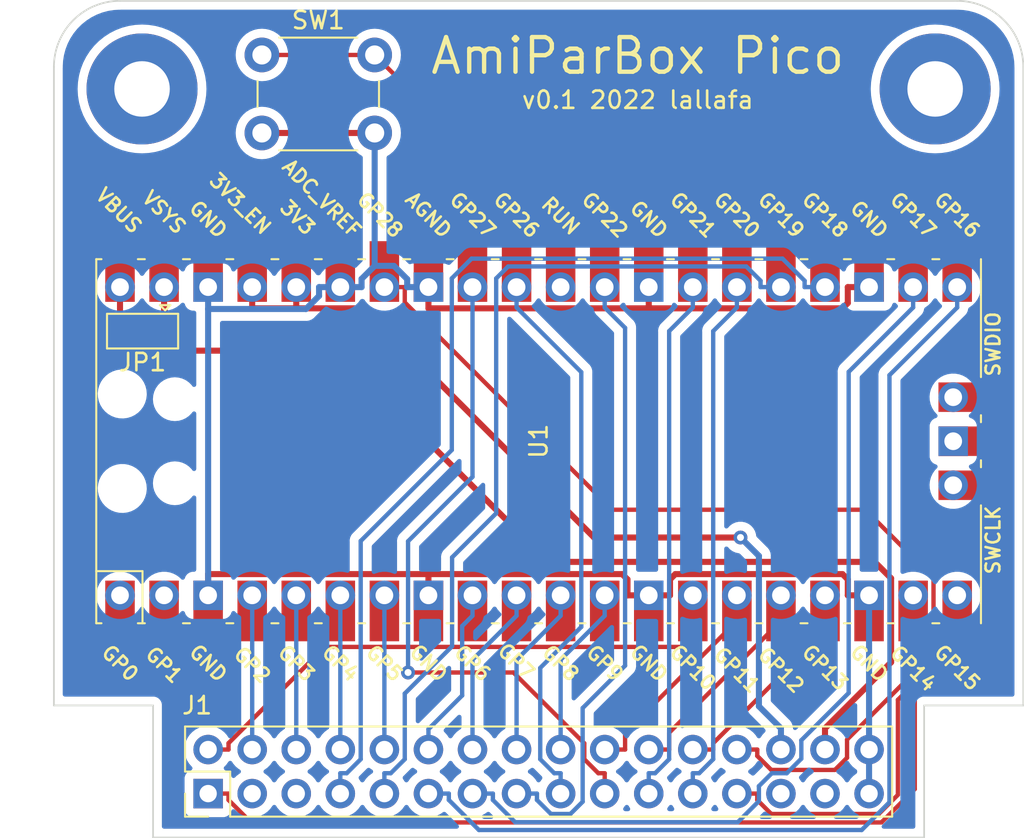
<source format=kicad_pcb>
(kicad_pcb (version 20211014) (generator pcbnew)
  (layers (0 "F.Cu" signal) (31 "B.Cu" signal) (34 "B.Paste" user) (35 "F.Paste" user) (36 "B.SilkS" user "B.Silkscreen") (37 "F.SilkS" user "F.Silkscreen") (38 "B.Mask" user) (39 "F.Mask" user) (44 "Edge.Cuts" user))
  (net 0 "")
  (net 1 "/RESET")
  (net 2 "/STROBE")
  (net 3 "/TXD")
  (net 4 "/DATA0")
  (net 5 "/RXD")
  (net 6 "/DATA1")
  (net 7 "/SCK")
  (net 8 "/DATA2")
  (net 9 "/MOSI")
  (net 10 "/DATA3")
  (net 11 "/MISO")
  (net 12 "/DATA4")
  (net 13 "/SSEL0")
  (net 14 "/DATA5")
  (net 15 "/SSEL1")
  (net 16 "/DATA6")
  (net 17 "/INT0")
  (net 18 "/DATA7")
  (net 19 "/INT1")
  (net 20 "/ACK")
  (net 21 "/SCL")
  (net 22 "/BUSY")
  (net 23 "/SDA")
  (net 24 "/POUT")
  (net 25 "/EXT1")
  (net 26 "/SEL")
  (net 27 "/EXT2")
  (net 28 "+3V3")
  (net 29 "/EXT3")
  (net 30 "VCC")
  (net 31 "GND")
  (net 32 "Net-(JP1-Pad1)")
  (net 33 "Net-(JP1-Pad3)")
  (net 34 "Net-(SW1-Pad1)")
  (net 35 "/TX")
  (net 36 "/RX")
  (footprint "Button_Switch_THT:SW_PUSH_6mm" (layer "F.Cu") (at 117.4 46.3)
    (fp_text reference "SW1" (at 3.25 -2) (layer "F.SilkS"))
    (fp_text value "Reset")
    (fp_line (start 1 5.5) (end 5.5 5.5) (layer "F.SilkS") (width 0.12))
    (fp_line (start 5.5 -1) (end 1 -1) (layer "F.SilkS") (width 0.12))
    (fp_line (start 6.75 3) (end 6.75 1.5) (layer "F.SilkS") (width 0.12))
    (fp_line (start -0.25 1.5) (end -0.25 3) (layer "F.SilkS") (width 0.12))
    (pad "1" thru_hole circle locked (at 0 0 90) (size 2 2) (drill 1.1) (layers *.Cu *.Mask) (net 34 "Net-(SW1-Pad1)"))
    (pad "1" thru_hole circle locked (at 6.5 0 90) (size 2 2) (drill 1.1) (layers *.Cu *.Mask) (net 34 "Net-(SW1-Pad1)"))
    (pad "2" thru_hole circle locked (at 6.5 4.5 90) (size 2 2) (drill 1.1) (layers *.Cu *.Mask) (net 31 "GND"))
    (pad "2" thru_hole circle locked (at 0 4.5 90) (size 2 2) (drill 1.1) (layers *.Cu *.Mask) (net 31 "GND"))
  )
  (footprint "Connector_PinHeader_2.54mm:PinHeader_2x16_P2.54mm_Vertical" (layer "F.Cu") (at 114.3 88.905 90)
    (fp_text reference "J1" (at 5.085 -0.635 180) (layer "F.SilkS"))
    (fp_text value "MCU")
    (fp_line (start -1.33 1.27) (end -1.33 39.43) (layer "F.SilkS") (width 0.12))
    (fp_line (start -1.33 1.27) (end 1.27 1.27) (layer "F.SilkS") (width 0.12))
    (fp_line (start -1.33 -1.33) (end 0 -1.33) (layer "F.SilkS") (width 0.12))
    (fp_line (start 3.87 -1.33) (end 3.87 39.43) (layer "F.SilkS") (width 0.12))
    (fp_line (start 1.27 1.27) (end 1.27 -1.33) (layer "F.SilkS") (width 0.12))
    (fp_line (start -1.33 0) (end -1.33 -1.33) (layer "F.SilkS") (width 0.12))
    (fp_line (start -1.33 39.43) (end 3.87 39.43) (layer "F.SilkS") (width 0.12))
    (fp_line (start 1.27 -1.33) (end 3.87 -1.33) (layer "F.SilkS") (width 0.12))
    (pad "1" thru_hole rect locked (at 0 0 90) (size 1.7 1.7) (drill 1) (layers *.Cu *.Mask) (net 1 "/RESET"))
    (pad "2" thru_hole oval locked (at 2.54 0 90) (size 1.7 1.7) (drill 1) (layers *.Cu *.Mask) (net 2 "/STROBE"))
    (pad "3" thru_hole oval locked (at 0 2.54 90) (size 1.7 1.7) (drill 1) (layers *.Cu *.Mask) (net 3 "/TXD"))
    (pad "4" thru_hole oval locked (at 2.54 2.54 90) (size 1.7 1.7) (drill 1) (layers *.Cu *.Mask) (net 4 "/DATA0"))
    (pad "5" thru_hole oval locked (at 0 5.08 90) (size 1.7 1.7) (drill 1) (layers *.Cu *.Mask) (net 5 "/RXD"))
    (pad "6" thru_hole oval locked (at 2.54 5.08 90) (size 1.7 1.7) (drill 1) (layers *.Cu *.Mask) (net 6 "/DATA1"))
    (pad "7" thru_hole oval locked (at 0 7.62 90) (size 1.7 1.7) (drill 1) (layers *.Cu *.Mask) (net 7 "/SCK"))
    (pad "8" thru_hole oval locked (at 2.54 7.62 90) (size 1.7 1.7) (drill 1) (layers *.Cu *.Mask) (net 8 "/DATA2"))
    (pad "9" thru_hole oval locked (at 0 10.16 90) (size 1.7 1.7) (drill 1) (layers *.Cu *.Mask) (net 9 "/MOSI"))
    (pad "10" thru_hole oval locked (at 2.54 10.16 90) (size 1.7 1.7) (drill 1) (layers *.Cu *.Mask) (net 10 "/DATA3"))
    (pad "11" thru_hole oval locked (at 0 12.7 90) (size 1.7 1.7) (drill 1) (layers *.Cu *.Mask) (net 11 "/MISO"))
    (pad "12" thru_hole oval locked (at 2.54 12.7 90) (size 1.7 1.7) (drill 1) (layers *.Cu *.Mask) (net 12 "/DATA4"))
    (pad "13" thru_hole oval locked (at 0 15.24 90) (size 1.7 1.7) (drill 1) (layers *.Cu *.Mask) (net 13 "/SSEL0"))
    (pad "14" thru_hole oval locked (at 2.54 15.24 90) (size 1.7 1.7) (drill 1) (layers *.Cu *.Mask) (net 14 "/DATA5"))
    (pad "15" thru_hole oval locked (at 0 17.78 90) (size 1.7 1.7) (drill 1) (layers *.Cu *.Mask) (net 15 "/SSEL1"))
    (pad "16" thru_hole oval locked (at 2.54 17.78 90) (size 1.7 1.7) (drill 1) (layers *.Cu *.Mask) (net 16 "/DATA6"))
    (pad "17" thru_hole oval locked (at 0 20.32 90) (size 1.7 1.7) (drill 1) (layers *.Cu *.Mask) (net 17 "/INT0"))
    (pad "18" thru_hole oval locked (at 2.54 20.32 90) (size 1.7 1.7) (drill 1) (layers *.Cu *.Mask) (net 18 "/DATA7"))
    (pad "19" thru_hole oval locked (at 0 22.86 90) (size 1.7 1.7) (drill 1) (layers *.Cu *.Mask) (net 19 "/INT1"))
    (pad "20" thru_hole oval locked (at 2.54 22.86 90) (size 1.7 1.7) (drill 1) (layers *.Cu *.Mask) (net 20 "/ACK"))
    (pad "21" thru_hole oval locked (at 0 25.4 90) (size 1.7 1.7) (drill 1) (layers *.Cu *.Mask) (net 21 "/SCL"))
    (pad "22" thru_hole oval locked (at 2.54 25.4 90) (size 1.7 1.7) (drill 1) (layers *.Cu *.Mask) (net 22 "/BUSY"))
    (pad "23" thru_hole oval locked (at 0 27.94 90) (size 1.7 1.7) (drill 1) (layers *.Cu *.Mask) (net 23 "/SDA"))
    (pad "24" thru_hole oval locked (at 2.54 27.94 90) (size 1.7 1.7) (drill 1) (layers *.Cu *.Mask) (net 24 "/POUT"))
    (pad "25" thru_hole oval locked (at 0 30.48 90) (size 1.7 1.7) (drill 1) (layers *.Cu *.Mask) (net 25 "/EXT1"))
    (pad "26" thru_hole oval locked (at 2.54 30.48 90) (size 1.7 1.7) (drill 1) (layers *.Cu *.Mask) (net 26 "/SEL"))
    (pad "27" thru_hole oval locked (at 0 33.02 90) (size 1.7 1.7) (drill 1) (layers *.Cu *.Mask) (net 27 "/EXT2"))
    (pad "28" thru_hole oval locked (at 2.54 33.02 90) (size 1.7 1.7) (drill 1) (layers *.Cu *.Mask) (net 28 "+3V3"))
    (pad "29" thru_hole oval locked (at 0 35.56 90) (size 1.7 1.7) (drill 1) (layers *.Cu *.Mask) (net 29 "/EXT3"))
    (pad "30" thru_hole oval locked (at 2.54 35.56 90) (size 1.7 1.7) (drill 1) (layers *.Cu *.Mask) (net 30 "VCC"))
    (pad "31" thru_hole oval locked (at 0 38.1 90) (size 1.7 1.7) (drill 1) (layers *.Cu *.Mask) (net 31 "GND"))
    (pad "32" thru_hole oval locked (at 2.54 38.1 90) (size 1.7 1.7) (drill 1) (layers *.Cu *.Mask) (net 31 "GND"))
  )
  (footprint "MountingHole:MountingHole_3.2mm_M3_Pad" (layer "F.Cu") (at 156.21 48.26)
    (fp_text reference "H2" hide)
    (fp_text value "MountingHole" hide)
    (pad "1" thru_hole circle locked (at 0 0) (size 6.4 6.4) (drill 3.2) (layers *.Cu *.Mask))
  )
  (footprint "Jumper:SolderJumper-3_P1.3mm_Bridged2Bar12_Pad1.0x1.5mm" (layer "F.Cu") (at 110.52 62.23 180)
    (fp_text reference "JP1" (at 0 -1.8) (layer "F.SilkS"))
    (fp_text value "VSel")
    (fp_poly (pts (xy -0.9 0.2) (xy -0.4 0.2) (xy -0.4 0.6) (xy -0.9 0.6)) (layer "F.Cu") (width 0) (fill solid))
    (fp_poly (pts (xy -0.9 -0.6) (xy -0.4 -0.6) (xy -0.4 -0.2) (xy -0.9 -0.2)) (layer "F.Cu") (width 0) (fill solid))
    (fp_line (start -1.6 1.5) (end -1 1.5) (layer "F.SilkS") (width 0.12))
    (fp_line (start -1.3 1.2) (end -1 1.5) (layer "F.SilkS") (width 0.12))
    (fp_line (start 2.05 -1) (end 2.05 1) (layer "F.SilkS") (width 0.12))
    (fp_line (start -2.05 -1) (end 2.05 -1) (layer "F.SilkS") (width 0.12))
    (fp_line (start -2.05 1) (end -2.05 -1) (layer "F.SilkS") (width 0.12))
    (fp_line (start -1.3 1.2) (end -1.6 1.5) (layer "F.SilkS") (width 0.12))
    (fp_line (start 2.05 1) (end -2.05 1) (layer "F.SilkS") (width 0.12))
    (pad "1" smd rect locked (at -1.3 0 180) (size 1 1.5) (layers "F.Cu" "F.Mask") (net 32 "Net-(JP1-Pad1)"))
    (pad "2" smd rect locked (at 0 0 180) (size 1 1.5) (layers "F.Cu" "F.Mask") (net 30 "VCC"))
    (pad "3" smd rect locked (at 1.3 0 180) (size 1 1.5) (layers "F.Cu" "F.Mask") (net 33 "Net-(JP1-Pad3)"))
  )
  (footprint "MCU_RaspberryPi_and_Boards:RPi_Pico_SMD_TH" (layer "F.Cu") (at 133.35 68.58 90)
    (fp_text reference "U1" (at 0 0 90) (layer "F.SilkS"))
    (fp_text value "Pico")
    (fp_text user "GND" (at -12.8 -6.35 135) (layer "F.SilkS") (effects (font (size 0.8 0.8))))
    (fp_text user "GND" (at 12.8 6.35 135) (layer "F.SilkS") (effects (font (size 0.8 0.8))))
    (fp_text user "GND" (at -12.8 -19.05 135) (layer "F.SilkS") (effects (font (size 0.8 0.8))))
    (fp_text user "GP11" (at -13.2 11.43 135) (layer "F.SilkS") (effects (font (size 0.8 0.8))))
    (fp_text user "AGND" (at 13.054 -6.35 135) (layer "F.SilkS") (effects (font (size 0.8 0.8))))
    (fp_text user "GP7" (at -12.7 -1.3 135) (layer "F.SilkS") (effects (font (size 0.8 0.8))))
    (fp_text user "GP17" (at 13.054 21.59 135) (layer "F.SilkS") (effects (font (size 0.8 0.8))))
    (fp_text user "3V3" (at 12.9 -13.9 135) (layer "F.SilkS") (effects (font (size 0.8 0.8))))
    (fp_text user "VSYS" (at 13.2 -21.59 135) (layer "F.SilkS") (effects (font (size 0.8 0.8))))
    (fp_text user "GP14" (at -13.1 21.59 135) (layer "F.SilkS") (effects (font (size 0.8 0.8))))
    (fp_text user "GP6" (at -12.8 -3.81 135) (layer "F.SilkS") (effects (font (size 0.8 0.8))))
    (fp_text user "GND" (at 12.8 19.05 135) (layer "F.SilkS") (effects (font (size 0.8 0.8))))
    (fp_text user "GND" (at 12.8 -19.05 135) (layer "F.SilkS") (effects (font (size 0.8 0.8))))
    (fp_text user "GP5" (at -12.8 -8.89 135) (layer "F.SilkS") (effects (font (size 0.8 0.8))))
    (fp_text user "GP21" (at 13.054 8.9 135) (layer "F.SilkS") (effects (font (size 0.8 0.8))))
    (fp_text user "GP26" (at 13.054 -1.27 135) (layer "F.SilkS") (effects (font (size 0.8 0.8))))
    (fp_text user "GP13" (at -13.054 16.51 135) (layer "F.SilkS") (effects (font (size 0.8 0.8))))
    (fp_text user "GP8" (at -12.8 1.27 135) (layer "F.SilkS") (effects (font (size 0.8 0.8))))
    (fp_text user "GP22" (at 13.054 3.81 135) (layer "F.SilkS") (effects (font (size 0.8 0.8))))
    (fp_text user "VBUS" (at 13.3 -24.2 135) (layer "F.SilkS") (effects (font (size 0.8 0.8))))
    (fp_text user "ADC_VREF" (at 14 -12.5 135) (layer "F.SilkS") (effects (font (size 0.8 0.8))))
    (fp_text user "GP19" (at 13.054 13.97 135) (layer "F.SilkS") (effects (font (size 0.8 0.8))))
    (fp_text user "SWDIO" (at 5.6 26.2 90) (layer "F.SilkS") (effects (font (size 0.8 0.8))))
    (fp_text user "GP1" (at -12.9 -21.6 135) (layer "F.SilkS") (effects (font (size 0.8 0.8))))
    (fp_text user "GND" (at -12.8 6.35 135) (layer "F.SilkS") (effects (font (size 0.8 0.8))))
    (fp_text user "GP16" (at 13.054 24.13 135) (layer "F.SilkS") (effects (font (size 0.8 0.8))))
    (fp_text user "GP18" (at 13.054 16.51 135) (layer "F.SilkS") (effects (font (size 0.8 0.8))))
    (fp_text user "GP28" (at 13.054 -9.144 135) (layer "F.SilkS") (effects (font (size 0.8 0.8))))
    (fp_text user "3V3_EN" (at 13.7 -17.2 135) (layer "F.SilkS") (effects (font (size 0.8 0.8))))
    (fp_text user "GP4" (at -12.8 -11.43 135) (layer "F.SilkS") (effects (font (size 0.8 0.8))))
    (fp_text user "GND" (at -12.8 19.05 135) (layer "F.SilkS") (effects (font (size 0.8 0.8))))
    (fp_text user "GP3" (at -12.8 -13.97 135) (layer "F.SilkS") (effects (font (size 0.8 0.8))))
    (fp_text user "GP15" (at -13.054 24.13 135) (layer "F.SilkS") (effects (font (size 0.8 0.8))))
    (fp_text user "SWCLK" (at -5.7 26.2 90) (layer "F.SilkS") (effects (font (size 0.8 0.8))))
    (fp_text user "GP0" (at -12.8 -24.13 135) (layer "F.SilkS") (effects (font (size 0.8 0.8))))
    (fp_text user "GP10" (at -13.054 8.89 135) (layer "F.SilkS") (effects (font (size 0.8 0.8))))
    (fp_text user "GP20" (at 13.054 11.43 135) (layer "F.SilkS") (effects (font (size 0.8 0.8))))
    (fp_text user "GP2" (at -12.9 -16.51 135) (layer "F.SilkS") (effects (font (size 0.8 0.8))))
    (fp_text user "GP12" (at -13.2 13.97 135) (layer "F.SilkS") (effects (font (size 0.8 0.8))))
    (fp_text user "GP27" (at 13.054 -3.8 135) (layer "F.SilkS") (effects (font (size 0.8 0.8))))
    (fp_text user "GP9" (at -12.8 3.81 135) (layer "F.SilkS") (effects (font (size 0.8 0.8))))
    (fp_text user "RUN" (at 13 1.27 135) (layer "F.SilkS") (effects (font (size 0.8 0.8))))
    (fp_line (start -10.5 -25.5) (end -10.5 -25.2) (layer "F.SilkS") (width 0.12))
    (fp_line (start 10.5 2.3) (end 10.5 2.7) (layer "F.SilkS") (width 0.12))
    (fp_line (start 10.5 -12.9) (end 10.5 -12.5) (layer "F.SilkS") (width 0.12))
    (fp_line (start -1.5 25.5) (end -1.1 25.5) (layer "F.SilkS") (width 0.12))
    (fp_line (start -10.5 -7.8) (end -10.5 -7.4) (layer "F.SilkS") (width 0.12))
    (fp_line (start 10.5 25.5) (end 3.7 25.5) (layer "F.SilkS") (width 0.12))
    (fp_line (start -10.5 15.1) (end -10.5 15.5) (layer "F.SilkS") (width 0.12))
    (fp_line (start 10.5 -18) (end 10.5 -17.6) (layer "F.SilkS") (width 0.12))
    (fp_line (start -10.5 -25.5) (end 10.5 -25.5) (layer "F.SilkS") (width 0.12))
    (fp_line (start -10.5 -15.4) (end -10.5 -15) (layer "F.SilkS") (width 0.12))
    (fp_line (start 10.5 -25.5) (end 10.5 -25.2) (layer "F.SilkS") (width 0.12))
    (fp_line (start -3.7 25.5) (end -10.5 25.5) (layer "F.SilkS") (width 0.12))
    (fp_line (start -10.5 -23.1) (end -10.5 -22.7) (layer "F.SilkS") (width 0.12))
    (fp_line (start 10.5 15.1) (end 10.5 15.5) (layer "F.SilkS") (width 0.12))
    (fp_line (start 10.5 12.5) (end 10.5 12.9) (layer "F.SilkS") (width 0.12))
    (fp_line (start 10.5 7.4) (end 10.5 7.8) (layer "F.SilkS") (width 0.12))
    (fp_line (start -10.5 10) (end -10.5 10.4) (layer "F.SilkS") (width 0.12))
    (fp_line (start -10.5 7.4) (end -10.5 7.8) (layer "F.SilkS") (width 0.12))
    (fp_line (start -10.5 22.7) (end -10.5 23.1) (layer "F.SilkS") (width 0.12))
    (fp_line (start -10.5 12.5) (end -10.5 12.9) (layer "F.SilkS") (width 0.12))
    (fp_line (start -10.5 -22.833) (end -7.493 -22.833) (layer "F.SilkS") (width 0.12))
    (fp_line (start 10.5 -0.2) (end 10.5 0.2) (layer "F.SilkS") (width 0.12))
    (fp_line (start 10.5 -10.4) (end 10.5 -10) (layer "F.SilkS") (width 0.12))
    (fp_line (start 10.5 -2.7) (end 10.5 -2.3) (layer "F.SilkS") (width 0.12))
    (fp_line (start -10.5 -20.5) (end -10.5 -20.1) (layer "F.SilkS") (width 0.12))
    (fp_line (start -10.5 -18) (end -10.5 -17.6) (layer "F.SilkS") (width 0.12))
    (fp_line (start 10.5 20.1) (end 10.5 20.5) (layer "F.SilkS") (width 0.12))
    (fp_line (start 10.5 -5.3) (end 10.5 -4.9) (layer "F.SilkS") (width 0.12))
    (fp_line (start -7.493 -22.833) (end -7.493 -25.5) (layer "F.SilkS") (width 0.12))
    (fp_line (start 10.5 -15.4) (end 10.5 -15) (layer "F.SilkS") (width 0.12))
    (fp_line (start -10.5 -12.9) (end -10.5 -12.5) (layer "F.SilkS") (width 0.12))
    (fp_line (start 10.5 22.7) (end 10.5 23.1) (layer "F.SilkS") (width 0.12))
    (fp_line (start -10.5 4.9) (end -10.5 5.3) (layer "F.SilkS") (width 0.12))
    (fp_line (start -10.5 2.3) (end -10.5 2.7) (layer "F.SilkS") (width 0.12))
    (fp_line (start 10.5 -23.1) (end 10.5 -22.7) (layer "F.SilkS") (width 0.12))
    (fp_line (start -10.5 -10.4) (end -10.5 -10) (layer "F.SilkS") (width 0.12))
    (fp_line (start 10.5 17.6) (end 10.5 18) (layer "F.SilkS") (width 0.12))
    (fp_line (start -10.5 17.6) (end -10.5 18) (layer "F.SilkS") (width 0.12))
    (fp_line (start 10.5 -20.5) (end 10.5 -20.1) (layer "F.SilkS") (width 0.12))
    (fp_line (start -10.5 20.1) (end -10.5 20.5) (layer "F.SilkS") (width 0.12))
    (fp_line (start -10.5 -5.3) (end -10.5 -4.9) (layer "F.SilkS") (width 0.12))
    (fp_line (start -10.5 -0.2) (end -10.5 0.2) (layer "F.SilkS") (width 0.12))
    (fp_line (start 10.5 10) (end 10.5 10.4) (layer "F.SilkS") (width 0.12))
    (fp_line (start -10.5 -2.7) (end -10.5 -2.3) (layer "F.SilkS") (width 0.12))
    (fp_line (start 1.1 25.5) (end 1.5 25.5) (layer "F.SilkS") (width 0.12))
    (fp_line (start 10.5 4.9) (end 10.5 5.3) (layer "F.SilkS") (width 0.12))
    (fp_line (start 10.5 -7.8) (end 10.5 -7.4) (layer "F.SilkS") (width 0.12))
    (pad "" np_thru_hole oval locked (at -2.725 -24 90) (size 1.8 1.8) (drill 1.8) (layers *.Cu *.Mask))
    (pad "" np_thru_hole oval locked (at 2.425 -20.97 90) (size 1.5 1.5) (drill 1.5) (layers *.Cu *.Mask))
    (pad "" np_thru_hole oval locked (at -2.425 -20.97 90) (size 1.5 1.5) (drill 1.5) (layers *.Cu *.Mask))
    (pad "" np_thru_hole oval locked (at 2.725 -24 90) (size 1.8 1.8) (drill 1.8) (layers *.Cu *.Mask))
    (pad "1" thru_hole oval locked (at -8.89 -24.13 90) (size 1.7 1.7) (drill 1.02) (layers *.Cu *.Mask) (net 35 "/TX"))
    (pad "1" smd rect locked (at -8.89 -24.13 90) (size 3.5 1.7) (drill (offset -0.9 0)) (layers "F.Cu" "F.Mask") (net 35 "/TX"))
    (pad "2" smd rect locked (at -8.89 -21.59 90) (size 3.5 1.7) (drill (offset -0.9 0)) (layers "F.Cu" "F.Mask") (net 36 "/RX"))
    (pad "2" thru_hole oval locked (at -8.89 -21.59 90) (size 1.7 1.7) (drill 1.02) (layers *.Cu *.Mask) (net 36 "/RX"))
    (pad "3" thru_hole rect locked (at -8.89 -19.05 90) (size 1.7 1.7) (drill 1.02) (layers *.Cu *.Mask) (net 31 "GND"))
    (pad "3" smd rect locked (at -8.89 -19.05 90) (size 3.5 1.7) (drill (offset -0.9 0)) (layers "F.Cu" "F.Mask") (net 31 "GND"))
    (pad "4" thru_hole oval locked (at -8.89 -16.51 90) (size 1.7 1.7) (drill 1.02) (layers *.Cu *.Mask) (net 4 "/DATA0"))
    (pad "4" smd rect locked (at -8.89 -16.51 90) (size 3.5 1.7) (drill (offset -0.9 0)) (layers "F.Cu" "F.Mask") (net 4 "/DATA0"))
    (pad "5" thru_hole oval locked (at -8.89 -13.97 90) (size 1.7 1.7) (drill 1.02) (layers *.Cu *.Mask) (net 6 "/DATA1"))
    (pad "5" smd rect locked (at -8.89 -13.97 90) (size 3.5 1.7) (drill (offset -0.9 0)) (layers "F.Cu" "F.Mask") (net 6 "/DATA1"))
    (pad "6" thru_hole oval locked (at -8.89 -11.43 90) (size 1.7 1.7) (drill 1.02) (layers *.Cu *.Mask) (net 8 "/DATA2"))
    (pad "6" smd rect locked (at -8.89 -11.43 90) (size 3.5 1.7) (drill (offset -0.9 0)) (layers "F.Cu" "F.Mask") (net 8 "/DATA2"))
    (pad "7" smd rect locked (at -8.89 -8.89 90) (size 3.5 1.7) (drill (offset -0.9 0)) (layers "F.Cu" "F.Mask") (net 10 "/DATA3"))
    (pad "7" thru_hole oval locked (at -8.89 -8.89 90) (size 1.7 1.7) (drill 1.02) (layers *.Cu *.Mask) (net 10 "/DATA3"))
    (pad "8" thru_hole rect locked (at -8.89 -6.35 90) (size 1.7 1.7) (drill 1.02) (layers *.Cu *.Mask) (net 31 "GND"))
    (pad "8" smd rect locked (at -8.89 -6.35 90) (size 3.5 1.7) (drill (offset -0.9 0)) (layers "F.Cu" "F.Mask") (net 31 "GND"))
    (pad "9" thru_hole oval locked (at -8.89 -3.81 90) (size 1.7 1.7) (drill 1.02) (layers *.Cu *.Mask) (net 12 "/DATA4"))
    (pad "9" smd rect locked (at -8.89 -3.81 90) (size 3.5 1.7) (drill (offset -0.9 0)) (layers "F.Cu" "F.Mask") (net 12 "/DATA4"))
    (pad "10" smd rect locked (at -8.89 -1.27 90) (size 3.5 1.7) (drill (offset -0.9 0)) (layers "F.Cu" "F.Mask") (net 14 "/DATA5"))
    (pad "10" thru_hole oval locked (at -8.89 -1.27 90) (size 1.7 1.7) (drill 1.02) (layers *.Cu *.Mask) (net 14 "/DATA5"))
    (pad "11" smd rect locked (at -8.89 1.27 90) (size 3.5 1.7) (drill (offset -0.9 0)) (layers "F.Cu" "F.Mask") (net 16 "/DATA6"))
    (pad "11" thru_hole oval locked (at -8.89 1.27 90) (size 1.7 1.7) (drill 1.02) (layers *.Cu *.Mask) (net 16 "/DATA6"))
    (pad "12" smd rect locked (at -8.89 3.81 90) (size 3.5 1.7) (drill (offset -0.9 0)) (layers "F.Cu" "F.Mask") (net 18 "/DATA7"))
    (pad "12" thru_hole oval locked (at -8.89 3.81 90) (size 1.7 1.7) (drill 1.02) (layers *.Cu *.Mask) (net 18 "/DATA7"))
    (pad "13" smd rect locked (at -8.89 6.35 90) (size 3.5 1.7) (drill (offset -0.9 0)) (layers "F.Cu" "F.Mask") (net 31 "GND"))
    (pad "13" thru_hole rect locked (at -8.89 6.35 90) (size 1.7 1.7) (drill 1.02) (layers *.Cu *.Mask) (net 31 "GND"))
    (pad "14" thru_hole oval locked (at -8.89 8.89 90) (size 1.7 1.7) (drill 1.02) (layers *.Cu *.Mask) (net 2 "/STROBE"))
    (pad "14" smd rect locked (at -8.89 8.89 90) (size 3.5 1.7) (drill (offset -0.9 0)) (layers "F.Cu" "F.Mask") (net 2 "/STROBE"))
    (pad "15" smd rect locked (at -8.89 11.43 90) (size 3.5 1.7) (drill (offset -0.9 0)) (layers "F.Cu" "F.Mask") (net 20 "/ACK"))
    (pad "15" thru_hole oval locked (at -8.89 11.43 90) (size 1.7 1.7) (drill 1.02) (layers *.Cu *.Mask) (net 20 "/ACK"))
    (pad "16" smd rect locked (at -8.89 13.97 90) (size 3.5 1.7) (drill (offset -0.9 0)) (layers "F.Cu" "F.Mask") (net 22 "/BUSY"))
    (pad "16" thru_hole oval locked (at -8.89 13.97 90) (size 1.7 1.7) (drill 1.02) (layers *.Cu *.Mask) (net 22 "/BUSY"))
    (pad "17" thru_hole oval locked (at -8.89 16.51 90) (size 1.7 1.7) (drill 1.02) (layers *.Cu *.Mask) (net 24 "/POUT"))
    (pad "17" smd rect locked (at -8.89 16.51 90) (size 3.5 1.7) (drill (offset -0.9 0)) (layers "F.Cu" "F.Mask") (net 24 "/POUT"))
    (pad "18" smd rect locked (at -8.89 19.05 90) (size 3.5 1.7) (drill (offset -0.9 0)) (layers "F.Cu" "F.Mask") (net 31 "GND"))
    (pad "18" thru_hole rect locked (at -8.89 19.05 90) (size 1.7 1.7) (drill 1.02) (layers *.Cu *.Mask) (net 31 "GND"))
    (pad "19" thru_hole oval locked (at -8.89 21.59 90) (size 1.7 1.7) (drill 1.02) (layers *.Cu *.Mask) (net 26 "/SEL"))
    (pad "19" smd rect locked (at -8.89 21.59 90) (size 3.5 1.7) (drill (offset -0.9 0)) (layers "F.Cu" "F.Mask") (net 26 "/SEL"))
    (pad "20" thru_hole oval locked (at -8.89 24.13 90) (size 1.7 1.7) (drill 1.02) (layers *.Cu *.Mask) (net 1 "/RESET"))
    (pad "20" smd rect locked (at -8.89 24.13 90) (size 3.5 1.7) (drill (offset -0.9 0)) (layers "F.Cu" "F.Mask") (net 1 "/RESET"))
    (pad "21" thru_hole oval locked (at 8.89 24.13 90) (size 1.7 1.7) (drill 1.02) (layers *.Cu *.Mask) (net 11 "/MISO"))
    (pad "21" smd rect locked (at 8.89 24.13 90) (size 3.5 1.7) (drill (offset 0.9 0)) (layers "F.Cu" "F.Mask") (net 11 "/MISO"))
    (pad "22" smd rect locked (at 8.89 21.59 90) (size 3.5 1.7) (drill (offset 0.9 0)) (layers "F.Cu" "F.Mask") (net 13 "/SSEL0"))
    (pad "22" thru_hole oval locked (at 8.89 21.59 90) (size 1.7 1.7) (drill 1.02) (layers *.Cu *.Mask) (net 13 "/SSEL0"))
    (pad "23" smd rect locked (at 8.89 19.05 90) (size 3.5 1.7) (drill (offset 0.9 0)) (layers "F.Cu" "F.Mask") (net 31 "GND"))
    (pad "23" thru_hole rect locked (at 8.89 19.05 90) (size 1.7 1.7) (drill 1.02) (layers *.Cu *.Mask) (net 31 "GND"))
    (pad "24" thru_hole oval locked (at 8.89 16.51 90) (size 1.7 1.7) (drill 1.02) (layers *.Cu *.Mask) (net 7 "/SCK"))
    (pad "24" smd rect locked (at 8.89 16.51 90) (size 3.5 1.7) (drill (offset 0.9 0)) (layers "F.Cu" "F.Mask") (net 7 "/SCK"))
    (pad "25" smd rect locked (at 8.89 13.97 90) (size 3.5 1.7) (drill (offset 0.9 0)) (layers "F.Cu" "F.Mask") (net 9 "/MOSI"))
    (pad "25" thru_hole oval locked (at 8.89 13.97 90) (size 1.7 1.7) (drill 1.02) (layers *.Cu *.Mask) (net 9 "/MOSI"))
    (pad "26" thru_hole oval locked (at 8.89 11.43 90) (size 1.7 1.7) (drill 1.02) (layers *.Cu *.Mask) (net 23 "/SDA"))
    (pad "26" smd rect locked (at 8.89 11.43 90) (size 3.5 1.7) (drill (offset 0.9 0)) (layers "F.Cu" "F.Mask") (net 23 "/SDA"))
    (pad "27" smd rect locked (at 8.89 8.89 90) (size 3.5 1.7) (drill (offset 0.9 0)) (layers "F.Cu" "F.Mask") (net 21 "/SCL"))
    (pad "27" thru_hole oval locked (at 8.89 8.89 90) (size 1.7 1.7) (drill 1.02) (layers *.Cu *.Mask) (net 21 "/SCL"))
    (pad "28" thru_hole rect locked (at 8.89 6.35 90) (size 1.7 1.7) (drill 1.02) (layers *.Cu *.Mask) (net 31 "GND"))
    (pad "28" smd rect locked (at 8.89 6.35 90) (size 3.5 1.7) (drill (offset 0.9 0)) (layers "F.Cu" "F.Mask") (net 31 "GND"))
    (pad "29" smd rect locked (at 8.89 3.81 90) (size 3.5 1.7) (drill (offset 0.9 0)) (layers "F.Cu" "F.Mask") (net 15 "/SSEL1"))
    (pad "29" thru_hole oval locked (at 8.89 3.81 90) (size 1.7 1.7) (drill 1.02) (layers *.Cu *.Mask) (net 15 "/SSEL1"))
    (pad "30" smd rect locked (at 8.89 1.27 90) (size 3.5 1.7) (drill (offset 0.9 0)) (layers "F.Cu" "F.Mask") (net 34 "Net-(SW1-Pad1)"))
    (pad "30" thru_hole oval locked (at 8.89 1.27 90) (size 1.7 1.7) (drill 1.02) (layers *.Cu *.Mask) (net 34 "Net-(SW1-Pad1)"))
    (pad "31" thru_hole oval locked (at 8.89 -1.27 90) (size 1.7 1.7) (drill 1.02) (layers *.Cu *.Mask) (net 17 "/INT0"))
    (pad "31" smd rect locked (at 8.89 -1.27 90) (size 3.5 1.7) (drill (offset 0.9 0)) (layers "F.Cu" "F.Mask") (net 17 "/INT0"))
    (pad "32" thru_hole oval locked (at 8.89 -3.81 90) (size 1.7 1.7) (drill 1.02) (layers *.Cu *.Mask) (net 19 "/INT1"))
    (pad "32" smd rect locked (at 8.89 -3.81 90) (size 3.5 1.7) (drill (offset 0.9 0)) (layers "F.Cu" "F.Mask") (net 19 "/INT1"))
    (pad "33" thru_hole rect locked (at 8.89 -6.35 90) (size 1.7 1.7) (drill 1.02) (layers *.Cu *.Mask) (net 31 "GND"))
    (pad "33" smd rect locked (at 8.89 -6.35 90) (size 3.5 1.7) (drill (offset 0.9 0)) (layers "F.Cu" "F.Mask") (net 31 "GND"))
    (pad "34" smd rect locked (at 8.89 -8.89 90) (size 3.5 1.7) (drill (offset 0.9 0)) (layers "F.Cu" "F.Mask") (net 25 "/EXT1"))
    (pad "34" thru_hole oval locked (at 8.89 -8.89 90) (size 1.7 1.7) (drill 1.02) (layers *.Cu *.Mask) (net 25 "/EXT1"))
    (pad "35" smd rect locked (at 8.89 -11.43 90) (size 3.5 1.7) (drill (offset 0.9 0)) (layers "F.Cu" "F.Mask") (net 31 "GND"))
    (pad "35" thru_hole oval locked (at 8.89 -11.43 90) (size 1.7 1.7) (drill 1.02) (layers *.Cu *.Mask) (net 31 "GND"))
    (pad "36" thru_hole oval locked (at 8.89 -13.97 90) (size 1.7 1.7) (drill 1.02) (layers *.Cu *.Mask) (net 28 "+3V3"))
    (pad "36" smd rect locked (at 8.89 -13.97 90) (size 3.5 1.7) (drill (offset 0.9 0)) (layers "F.Cu" "F.Mask") (net 28 "+3V3"))
    (pad "37" thru_hole oval locked (at 8.89 -16.51 90) (size 1.7 1.7) (drill 1.02) (layers *.Cu *.Mask) (net 28 "+3V3"))
    (pad "37" smd rect locked (at 8.89 -16.51 90) (size 3.5 1.7) (drill (offset 0.9 0)) (layers "F.Cu" "F.Mask") (net 28 "+3V3"))
    (pad "38" thru_hole rect locked (at 8.89 -19.05 90) (size 1.7 1.7) (drill 1.02) (layers *.Cu *.Mask) (net 31 "GND"))
    (pad "38" smd rect locked (at 8.89 -19.05 90) (size 3.5 1.7) (drill (offset 0.9 0)) (layers "F.Cu" "F.Mask") (net 31 "GND"))
    (pad "39" smd rect locked (at 8.89 -21.59 90) (size 3.5 1.7) (drill (offset 0.9 0)) (layers "F.Cu" "F.Mask") (net 32 "Net-(JP1-Pad1)"))
    (pad "39" thru_hole oval locked (at 8.89 -21.59 90) (size 1.7 1.7) (drill 1.02) (layers *.Cu *.Mask) (net 32 "Net-(JP1-Pad1)"))
    (pad "40" thru_hole oval locked (at 8.89 -24.13 90) (size 1.7 1.7) (drill 1.02) (layers *.Cu *.Mask) (net 33 "Net-(JP1-Pad3)"))
    (pad "40" smd rect locked (at 8.89 -24.13 90) (size 3.5 1.7) (drill (offset 0.9 0)) (layers "F.Cu" "F.Mask") (net 33 "Net-(JP1-Pad3)"))
    (pad "41" thru_hole oval locked (at -2.54 23.9 90) (size 1.7 1.7) (drill 1.02) (layers *.Cu *.Mask))
    (pad "41" smd rect locked (at -2.54 23.9 180) (size 3.5 1.7) (drill (offset -0.9 0)) (layers "F.Cu" "F.Mask"))
    (pad "42" thru_hole rect locked (at 0 23.9 90) (size 1.7 1.7) (drill 1.02) (layers *.Cu *.Mask))
    (pad "42" smd rect locked (at 0 23.9 180) (size 3.5 1.7) (drill (offset -0.9 0)) (layers "F.Cu" "F.Mask"))
    (pad "43" thru_hole oval locked (at 2.54 23.9 90) (size 1.7 1.7) (drill 1.02) (layers *.Cu *.Mask))
    (pad "43" smd rect locked (at 2.54 23.9 180) (size 3.5 1.7) (drill (offset -0.9 0)) (layers "F.Cu" "F.Mask"))
  )
  (footprint "MountingHole:MountingHole_3.2mm_M3_Pad" (layer "F.Cu") (at 110.49 48.26)
    (fp_text reference "H1" hide)
    (fp_text value "MountingHole" hide)
    (pad "1" thru_hole circle locked (at 0 0) (size 6.4 6.4) (drill 3.2) (layers *.Cu *.Mask))
  )
  (gr_line (start 161.29 83.82) (end 161.29 46.99) (layer "Edge.Cuts") (width 0.1))
  (gr_line (start 157.48 43.18) (end 109.22 43.18) (layer "Edge.Cuts") (width 0.1))
  (gr_line (start 111.125 91.44) (end 111.125 83.82) (layer "Edge.Cuts") (width 0.1))
  (gr_line (start 111.125 91.44) (end 155.575 91.44) (layer "Edge.Cuts") (width 0.1))
  (gr_line (start 161.29 83.82) (end 155.575 83.82) (layer "Edge.Cuts") (width 0.1))
  (gr_line (start 111.125 83.82) (end 105.41 83.82) (layer "Edge.Cuts") (width 0.1))
  (gr_arc (start 157.48 43.18) (mid 160.174077 44.295923) (end 161.29 46.99) (layer "Edge.Cuts") (width 0.1))
  (gr_arc (start 105.41 46.99) (mid 106.525923 44.295923) (end 109.22 43.18) (layer "Edge.Cuts") (width 0.1))
  (gr_line (start 155.575 91.44) (end 155.575 83.82) (layer "Edge.Cuts") (width 0.1))
  (gr_line (start 105.41 46.99) (end 105.41 83.82) (layer "Edge.Cuts") (width 0.1))
  (gr_text "AmiParBox Pico" (at 139.065 46.355) (layer "F.SilkS") (effects (font (size 2 2) (thickness 0.25))))
  (gr_text "v0.1 2022 lallafa" (at 139.065 48.895) (layer "F.SilkS") (effects (font (size 1 1))))
  (segment (start 116.7713 90.5683) (end 115.4753 89.2723) (width 0.25) (layer "F.Cu") (net 1))
  (segment (start 155.0355 88.6438) (end 153.111 90.5683) (width 0.25) (layer "F.Cu") (net 1))
  (segment (start 157.48 80.8522) (end 155.0355 83.2967) (width 0.25) (layer "F.Cu") (net 1))
  (segment (start 153.111 90.5683) (end 116.7713 90.5683) (width 0.25) (layer "F.Cu") (net 1))
  (segment (start 115.4753 89.2723) (end 115.4753 88.905) (width 0.25) (layer "F.Cu") (net 1))
  (segment (start 155.0355 83.2967) (end 155.0355 88.6438) (width 0.25) (layer "F.Cu") (net 1))
  (segment (start 157.48 77.47) (end 157.48 80.8522) (width 0.25) (layer "F.Cu") (net 1))
  (segment (start 114.3 88.905) (end 115.4753 88.905) (width 0.25) (layer "F.Cu") (net 1))
  (segment (start 114.3 86.365) (end 115.4753 86.365) (width 0.25) (layer "F.Cu") (net 2))
  (segment (start 142.24 77.47) (end 142.24 80.4453) (width 0.25) (layer "F.Cu") (net 2))
  (segment (start 142.24 80.4453) (end 121.0277 80.4453) (width 0.25) (layer "F.Cu") (net 2))
  (segment (start 115.4753 85.9977) (end 115.4753 86.365) (width 0.25) (layer "F.Cu") (net 2))
  (segment (start 121.0277 80.4453) (end 115.4753 85.9977) (width 0.25) (layer "F.Cu") (net 2))
  (segment (start 116.84 77.47) (end 116.84 86.365) (width 0.25) (layer "B.Cu") (net 4))
  (segment (start 119.38 77.47) (end 119.38 86.365) (width 0.25) (layer "B.Cu") (net 6))
  (segment (start 129.485 58.0482) (end 128.3469 59.1863) (width 0.25) (layer "B.Cu") (net 7))
  (segment (start 149.86 59.69) (end 148.6847 59.69) (width 0.25) (layer "B.Cu") (net 7))
  (segment (start 121.92 88.905) (end 121.92 87.7297) (width 0.25) (layer "B.Cu") (net 7))
  (segment (start 123.0953 74.3357) (end 123.0953 86.9218) (width 0.25) (layer "B.Cu") (net 7))
  (segment (start 128.3469 69.0841) (end 123.0953 74.3357) (width 0.25) (layer "B.Cu") (net 7))
  (segment (start 123.0953 86.9218) (end 122.2874 87.7297) (width 0.25) (layer "B.Cu") (net 7))
  (segment (start 148.6847 59.69) (end 148.6847 59.3227) (width 0.25) (layer "B.Cu") (net 7))
  (segment (start 147.4102 58.0482) (end 129.485 58.0482) (width 0.25) (layer "B.Cu") (net 7))
  (segment (start 128.3469 59.1863) (end 128.3469 69.0841) (width 0.25) (layer "B.Cu") (net 7))
  (segment (start 148.6847 59.3227) (end 147.4102 58.0482) (width 0.25) (layer "B.Cu") (net 7))
  (segment (start 122.2874 87.7297) (end 121.92 87.7297) (width 0.25) (layer "B.Cu") (net 7))
  (segment (start 121.92 77.47) (end 121.92 86.365) (width 0.25) (layer "B.Cu") (net 8))
  (segment (start 145.3206 58.4986) (end 131.596 58.4986) (width 0.25) (layer "B.Cu") (net 9))
  (segment (start 146.1447 59.69) (end 146.1447 59.3227) (width 0.25) (layer "B.Cu") (net 9))
  (segment (start 131.596 58.4986) (end 130.9046 59.19) (width 0.25) (layer "B.Cu") (net 9))
  (segment (start 128.3629 75.279) (end 128.3629 80.4082) (width 0.25) (layer "B.Cu") (net 9))
  (segment (start 147.32 59.69) (end 146.1447 59.69) (width 0.25) (layer "B.Cu") (net 9))
  (segment (start 146.1447 59.3227) (end 145.3206 58.4986) (width 0.25) (layer "B.Cu") (net 9))
  (segment (start 125.6353 83.1358) (end 125.6353 86.9218) (width 0.25) (layer "B.Cu") (net 9))
  (segment (start 130.9046 72.7373) (end 128.3629 75.279) (width 0.25) (layer "B.Cu") (net 9))
  (segment (start 128.3629 80.4082) (end 125.6353 83.1358) (width 0.25) (layer "B.Cu") (net 9))
  (segment (start 124.8274 87.7297) (end 124.46 87.7297) (width 0.25) (layer "B.Cu") (net 9))
  (segment (start 130.9046 59.19) (end 130.9046 72.7373) (width 0.25) (layer "B.Cu") (net 9))
  (segment (start 124.46 88.905) (end 124.46 87.7297) (width 0.25) (layer "B.Cu") (net 9))
  (segment (start 125.6353 86.9218) (end 124.8274 87.7297) (width 0.25) (layer "B.Cu") (net 9))
  (segment (start 124.46 77.47) (end 124.46 78.6453) (width 0.25) (layer "B.Cu") (net 10))
  (segment (start 124.46 78.6453) (end 124.46 85.1897) (width 0.25) (layer "B.Cu") (net 10))
  (segment (start 124.46 86.365) (end 124.46 85.1897) (width 0.25) (layer "B.Cu") (net 10))
  (segment (start 129.9083 91.0053) (end 151.9751 91.0053) (width 0.25) (layer "B.Cu") (net 11))
  (segment (start 127 88.905) (end 128.1753 88.905) (width 0.25) (layer "B.Cu") (net 11))
  (segment (start 128.1753 89.2723) (end 129.9083 91.0053) (width 0.25) (layer "B.Cu") (net 11))
  (segment (start 153.5754 64.7699) (end 157.48 60.8653) (width 0.25) (layer "B.Cu") (net 11))
  (segment (start 151.9751 91.0053) (end 153.5754 89.405) (width 0.25) (layer "B.Cu") (net 11))
  (segment (start 157.48 59.69) (end 157.48 60.8653) (width 0.25) (layer "B.Cu") (net 11))
  (segment (start 128.1753 88.905) (end 128.1753 89.2723) (width 0.25) (layer "B.Cu") (net 11))
  (segment (start 153.5754 89.405) (end 153.5754 64.7699) (width 0.25) (layer "B.Cu") (net 11))
  (segment (start 127 85.1897) (end 128.9437 83.246) (width 0.25) (layer "B.Cu") (net 12))
  (segment (start 127 86.365) (end 127 85.1897) (width 0.25) (layer "B.Cu") (net 12))
  (segment (start 128.9437 79.2416) (end 129.54 78.6453) (width 0.25) (layer "B.Cu") (net 12))
  (segment (start 128.9437 83.246) (end 128.9437 79.2416) (width 0.25) (layer "B.Cu") (net 12))
  (segment (start 129.54 77.47) (end 129.54 78.6453) (width 0.25) (layer "B.Cu") (net 12))
  (segment (start 130.7153 89.2723) (end 130.7153 88.905) (width 0.25) (layer "B.Cu") (net 13))
  (segment (start 148.4954 86.8906) (end 147.6564 87.7296) (width 0.25) (layer "B.Cu") (net 13))
  (segment (start 146.7944 87.7296) (end 146.05 88.474) (width 0.25) (layer "B.Cu") (net 13))
  (segment (start 144.8323 90.5549) (end 131.9979 90.5549) (width 0.25) (layer "B.Cu") (net 13))
  (segment (start 147.6564 87.7296) (end 146.7944 87.7296) (width 0.25) (layer "B.Cu") (net 13))
  (segment (start 146.05 89.3372) (end 144.8323 90.5549) (width 0.25) (layer "B.Cu") (net 13))
  (segment (start 146.05 88.474) (end 146.05 89.3372) (width 0.25) (layer "B.Cu") (net 13))
  (segment (start 151.2246 83.1002) (end 148.4954 85.8294) (width 0.25) (layer "B.Cu") (net 13))
  (segment (start 148.4954 85.8294) (end 148.4954 86.8906) (width 0.25) (layer "B.Cu") (net 13))
  (segment (start 151.2246 64.5807) (end 151.2246 83.1002) (width 0.25) (layer "B.Cu") (net 13))
  (segment (start 131.9979 90.5549) (end 130.7153 89.2723) (width 0.25) (layer "B.Cu") (net 13))
  (segment (start 129.54 88.905) (end 130.7153 88.905) (width 0.25) (layer "B.Cu") (net 13))
  (segment (start 154.94 59.69) (end 154.94 60.8653) (width 0.25) (layer "B.Cu") (net 13))
  (segment (start 154.94 60.8653) (end 151.2246 64.5807) (width 0.25) (layer "B.Cu") (net 13))
  (segment (start 129.54 86.365) (end 129.54 81.1853) (width 0.25) (layer "B.Cu") (net 14))
  (segment (start 132.08 77.47) (end 132.08 78.6453) (width 0.25) (layer "B.Cu") (net 14))
  (segment (start 129.54 81.1853) (end 132.08 78.6453) (width 0.25) (layer "B.Cu") (net 14))
  (segment (start 135.1831 90.0803) (end 134.0632 90.0803) (width 0.25) (layer "B.Cu") (net 15))
  (segment (start 135.89 89.3734) (end 135.1831 90.0803) (width 0.25) (layer "B.Cu") (net 15))
  (segment (start 137.16 59.69) (end 137.16 60.8653) (width 0.25) (layer "B.Cu") (net 15))
  (segment (start 133.2553 89.2724) (end 133.2553 88.905) (width 0.25) (layer "B.Cu") (net 15))
  (segment (start 137.16 60.8653) (end 138.3353 62.0406) (width 0.25) (layer "B.Cu") (net 15))
  (segment (start 135.89 83.9717) (end 135.89 89.3734) (width 0.25) (layer "B.Cu") (net 15))
  (segment (start 138.3353 81.5264) (end 135.89 83.9717) (width 0.25) (layer "B.Cu") (net 15))
  (segment (start 138.3353 62.0406) (end 138.3353 81.5264) (width 0.25) (layer "B.Cu") (net 15))
  (segment (start 134.0632 90.0803) (end 133.2553 89.2724) (width 0.25) (layer "B.Cu") (net 15))
  (segment (start 132.08 88.905) (end 133.2553 88.905) (width 0.25) (layer "B.Cu") (net 15))
  (segment (start 132.08 85.1897) (end 132.08 81.1853) (width 0.25) (layer "B.Cu") (net 16))
  (segment (start 134.62 77.47) (end 134.62 78.6453) (width 0.25) (layer "B.Cu") (net 16))
  (segment (start 132.08 86.365) (end 132.08 85.1897) (width 0.25) (layer "B.Cu") (net 16))
  (segment (start 132.08 81.1853) (end 134.62 78.6453) (width 0.25) (layer "B.Cu") (net 16))
  (segment (start 132.08 59.69) (end 132.08 60.8653) (width 0.25) (layer "B.Cu") (net 17))
  (segment (start 133.4447 86.9218) (end 134.2526 87.7297) (width 0.25) (layer "B.Cu") (net 17))
  (segment (start 135.8106 64.5959) (end 135.8106 79.289) (width 0.25) (layer "B.Cu") (net 17))
  (segment (start 134.2526 87.7297) (end 134.62 87.7297) (width 0.25) (layer "B.Cu") (net 17))
  (segment (start 135.8106 79.289) (end 133.4447 81.6549) (width 0.25) (layer "B.Cu") (net 17))
  (segment (start 133.4447 81.6549) (end 133.4447 86.9218) (width 0.25) (layer "B.Cu") (net 17))
  (segment (start 132.08 60.8653) (end 135.8106 64.5959) (width 0.25) (layer "B.Cu") (net 17))
  (segment (start 134.62 88.905) (end 134.62 87.7297) (width 0.25) (layer "B.Cu") (net 17))
  (segment (start 137.16 77.47) (end 137.16 78.6453) (width 0.25) (layer "B.Cu") (net 18))
  (segment (start 134.62 81.1853) (end 137.16 78.6453) (width 0.25) (layer "B.Cu") (net 18))
  (segment (start 134.62 86.365) (end 134.62 81.1853) (width 0.25) (layer "B.Cu") (net 18))
  (segment (start 137.16 87.7297) (end 136.7926 87.7297) (width 0.25) (layer "F.Cu") (net 19))
  (segment (start 136.7926 87.7297) (end 135.9847 86.9218) (width 0.25) (layer "F.Cu") (net 19))
  (segment (start 137.16 88.905) (end 137.16 87.7297) (width 0.25) (layer "F.Cu") (net 19))
  (segment (start 135.9847 86.0062) (end 131.8992 81.9207) (width 0.25) (layer "F.Cu") (net 19))
  (segment (start 135.9847 86.9218) (end 135.9847 86.0062) (width 0.25) (layer "F.Cu") (net 19))
  (segment (start 131.8992 81.9207) (end 125.8246 81.9207) (width 0.25) (layer "F.Cu") (net 19))
  (via (at 125.8246 81.9207) (size 0.8) (drill 0.4) (layers "F.Cu" "B.Cu") (net 19))
  (segment (start 129.54 59.69) (end 129.54 70.6359) (width 0.25) (layer "B.Cu") (net 19))
  (segment (start 129.54 70.6359) (end 125.8246 74.3513) (width 0.25) (layer "B.Cu") (net 19))
  (segment (start 125.8246 74.3513) (end 125.8246 81.9207) (width 0.25) (layer "B.Cu") (net 19))
  (segment (start 138.3353 85.4009) (end 138.3353 86.365) (width 0.25) (layer "F.Cu") (net 20))
  (segment (start 137.16 86.365) (end 138.3353 86.365) (width 0.25) (layer "F.Cu") (net 20))
  (segment (start 144.78 77.47) (end 144.78 78.9562) (width 0.25) (layer "F.Cu") (net 20))
  (segment (start 144.78 78.9562) (end 138.3353 85.4009) (width 0.25) (layer "F.Cu") (net 20))
  (segment (start 139.7 88.905) (end 139.7 87.7297) (width 0.25) (layer "B.Cu") (net 21))
  (segment (start 142.24 60.8653) (end 140.8753 62.23) (width 0.25) (layer "B.Cu") (net 21))
  (segment (start 140.8753 62.23) (end 140.8753 86.9218) (width 0.25) (layer "B.Cu") (net 21))
  (segment (start 142.24 59.69) (end 142.24 60.8653) (width 0.25) (layer "B.Cu") (net 21))
  (segment (start 140.0674 87.7297) (end 139.7 87.7297) (width 0.25) (layer "B.Cu") (net 21))
  (segment (start 140.8753 86.9218) (end 140.0674 87.7297) (width 0.25) (layer "B.Cu") (net 21))
  (segment (start 139.7 86.365) (end 140.8753 86.365) (width 0.25) (layer "F.Cu") (net 22))
  (segment (start 147.32 77.47) (end 147.32 78.949) (width 0.25) (layer "F.Cu") (net 22))
  (segment (start 147.32 78.949) (end 140.8753 85.3937) (width 0.25) (layer "F.Cu") (net 22))
  (segment (start 140.8753 85.3937) (end 140.8753 86.365) (width 0.25) (layer "F.Cu") (net 22))
  (segment (start 144.78 59.69) (end 144.78 60.8653) (width 0.25) (layer "B.Cu") (net 23))
  (segment (start 142.24 88.905) (end 142.24 87.7297) (width 0.25) (layer "B.Cu") (net 23))
  (segment (start 143.4153 86.9218) (end 142.6074 87.7297) (width 0.25) (layer "B.Cu") (net 23))
  (segment (start 144.78 60.8653) (end 143.4153 62.23) (width 0.25) (layer "B.Cu") (net 23))
  (segment (start 142.6074 87.7297) (end 142.24 87.7297) (width 0.25) (layer "B.Cu") (net 23))
  (segment (start 143.4153 62.23) (end 143.4153 86.9218) (width 0.25) (layer "B.Cu") (net 23))
  (segment (start 149.86 80.4453) (end 148.9677 80.4453) (width 0.25) (layer "F.Cu") (net 24))
  (segment (start 143.4153 85.9977) (end 143.4153 86.365) (width 0.25) (layer "F.Cu") (net 24))
  (segment (start 142.24 86.365) (end 143.4153 86.365) (width 0.25) (layer "F.Cu") (net 24))
  (segment (start 148.9677 80.4453) (end 143.4153 85.9977) (width 0.25) (layer "F.Cu") (net 24))
  (segment (start 149.86 77.47) (end 149.86 80.4453) (width 0.25) (layer "F.Cu") (net 24))
  (segment (start 146.7632 90.0803) (end 145.9553 89.2724) (width 0.25) (layer "F.Cu") (net 25))
  (segment (start 154.0623 83.4952) (end 154.0623 88.9767) (width 0.25) (layer "F.Cu") (net 25))
  (segment (start 156.1154 81.4421) (end 154.0623 83.4952) (width 0.25) (layer "F.Cu") (net 25))
  (segment (start 152.9587 90.0803) (end 146.7632 90.0803) (width 0.25) (layer "F.Cu") (net 25))
  (segment (start 124.46 59.69) (end 125.6353 59.69) (width 0.25) (layer "F.Cu") (net 25))
  (segment (start 137.5945 72.5315) (end 152.1799 72.5315) (width 0.25) (layer "F.Cu") (net 25))
  (segment (start 144.78 88.905) (end 145.9553 88.905) (width 0.25) (layer "F.Cu") (net 25))
  (segment (start 145.9553 89.2724) (end 145.9553 88.905) (width 0.25) (layer "F.Cu") (net 25))
  (segment (start 154.0623 88.9767) (end 152.9587 90.0803) (width 0.25) (layer "F.Cu") (net 25))
  (segment (start 152.1799 72.5315) (end 156.1154 76.467) (width 0.25) (layer "F.Cu") (net 25))
  (segment (start 156.1154 76.467) (end 156.1154 81.4421) (width 0.25) (layer "F.Cu") (net 25))
  (segment (start 125.6353 59.69) (end 125.6353 60.5723) (width 0.25) (layer "F.Cu") (net 25))
  (segment (start 125.6353 60.5723) (end 137.5945 72.5315) (width 0.25) (layer "F.Cu") (net 25))
  (segment (start 145.9553 86.7324) (end 145.9553 86.365) (width 0.25) (layer "F.Cu") (net 26))
  (segment (start 154.94 77.47) (end 154.94 81.9806) (width 0.25) (layer "F.Cu") (net 26))
  (segment (start 151.13 85.7906) (end 151.13 86.8382) (width 0.25) (layer "F.Cu") (net 26))
  (segment (start 150.4279 87.5403) (end 146.7632 87.5403) (width 0.25) (layer "F.Cu") (net 26))
  (segment (start 144.78 86.365) (end 145.9553 86.365) (width 0.25) (layer "F.Cu") (net 26))
  (segment (start 154.94 81.9806) (end 151.13 85.7906) (width 0.25) (layer "F.Cu") (net 26))
  (segment (start 151.13 86.8382) (end 150.4279 87.5403) (width 0.25) (layer "F.Cu") (net 26))
  (segment (start 146.7632 87.5403) (end 145.9553 86.7324) (width 0.25) (layer "F.Cu") (net 26))
  (segment (start 119.38 60.9154) (end 123.3294 60.9154) (width 0.35) (layer "F.Cu") (net 28))
  (segment (start 123.3294 60.9154) (end 136.5477 74.1337) (width 0.35) (layer "F.Cu") (net 28))
  (segment (start 119.38 59.69) (end 119.38 60.7777) (width 0.35) (layer "F.Cu") (net 28))
  (segment (start 119.38 60.9153) (end 119.38 60.9154) (width 0.35) (layer "F.Cu") (net 28))
  (segment (start 119.38 60.7777) (end 119.38 60.9153) (width 0.35) (layer "F.Cu") (net 28))
  (segment (start 119.38 60.9153) (end 116.84 60.9153) (width 0.35) (layer "F.Cu") (net 28))
  (segment (start 116.84 59.69) (end 116.84 60.9153) (width 0.35) (layer "F.Cu") (net 28))
  (segment (start 136.5477 74.1337) (end 144.988 74.1337) (width 0.35) (layer "F.Cu") (net 28))
  (via (at 144.988 74.1337) (size 0.8) (drill 0.4) (layers "F.Cu" "B.Cu") (net 28))
  (segment (start 146.05 83.8697) (end 147.32 85.1397) (width 0.35) (layer "B.Cu") (net 28))
  (segment (start 147.32 86.365) (end 147.32 85.1397) (width 0.35) (layer "B.Cu") (net 28))
  (segment (start 146.05 75.1957) (end 146.05 83.8697) (width 0.35) (layer "B.Cu") (net 28))
  (segment (start 144.988 74.1337) (end 146.05 75.1957) (width 0.35) (layer "B.Cu") (net 28))
  (segment (start 153.67 81.3297) (end 149.86 85.1397) (width 0.35) (layer "F.Cu") (net 30))
  (segment (start 121.7262 63.3553) (end 133.9119 75.541) (width 0.35) (layer "F.Cu") (net 30))
  (segment (start 149.86 86.365) (end 149.86 85.1397) (width 0.35) (layer "F.Cu") (net 30))
  (segment (start 110.52 63.3553) (end 121.7262 63.3553) (width 0.35) (layer "F.Cu") (net 30))
  (segment (start 133.9119 75.541) (end 152.7259 75.541) (width 0.35) (layer "F.Cu") (net 30))
  (segment (start 110.52 62.23) (end 110.52 63.3553) (width 0.35) (layer "F.Cu") (net 30))
  (segment (start 152.7259 75.541) (end 153.67 76.4851) (width 0.35) (layer "F.Cu") (net 30))
  (segment (start 153.67 76.4851) (end 153.67 81.3297) (width 0.35) (layer "F.Cu") (net 30))
  (segment (start 127 60.9153) (end 139.7 60.9153) (width 0.35) (layer "F.Cu") (net 31))
  (segment (start 139.7 77.47) (end 138.4747 77.47) (width 0.35) (layer "F.Cu") (net 31))
  (segment (start 127 76.3823) (end 127 76.2447) (width 0.35) (layer "F.Cu") (net 31))
  (segment (start 151.1747 77.47) (end 151.1747 76.551) (width 0.35) (layer "F.Cu") (net 31))
  (segment (start 150.8684 76.2447) (end 141.2316 76.2447) (width 0.35) (layer "F.Cu") (net 31))
  (segment (start 141.2316 76.2447) (end 140.9253 76.551) (width 0.35) (layer "F.Cu") (net 31))
  (segment (start 140.9253 76.551) (end 140.9253 77.47) (width 0.35) (layer "F.Cu") (net 31))
  (segment (start 150.8684 60.9153) (end 151.1747 60.609) (width 0.35) (layer "F.Cu") (net 31))
  (segment (start 139.7 60.9153) (end 150.8684 60.9153) (width 0.35) (layer "F.Cu") (net 31))
  (segment (start 114.3 77.47) (end 114.3 76.2447) (width 0.35) (layer "F.Cu") (net 31))
  (segment (start 152.4 77.47) (end 151.1747 77.47) (width 0.35) (layer "F.Cu") (net 31))
  (segment (start 151.1747 76.551) (end 150.8684 76.2447) (width 0.35) (layer "F.Cu") (net 31))
  (segment (start 127 77.47) (end 127 76.3823) (width 0.35) (layer "F.Cu") (net 31))
  (segment (start 151.1747 60.609) (end 151.1747 59.69) (width 0.35) (layer "F.Cu") (net 31))
  (segment (start 152.4 59.69) (end 151.1747 59.69) (width 0.35) (layer "F.Cu") (net 31))
  (segment (start 138.1684 76.2447) (end 138.4747 76.551) (width 0.35) (layer "F.Cu") (net 31))
  (segment (start 139.7 59.69) (end 139.7 60.7777) (width 0.35) (layer "F.Cu") (net 31))
  (segment (start 123.9 50.8) (end 117.4 50.8) (width 0.35) (layer "F.Cu") (net 31))
  (segment (start 138.4747 76.551) (end 138.4747 77.47) (width 0.35) (layer "F.Cu") (net 31))
  (segment (start 114.3 76.2447) (end 127 76.2447) (width 0.35) (layer "F.Cu") (net 31))
  (segment (start 127 59.69) (end 127 60.9153) (width 0.35) (layer "F.Cu") (net 31))
  (segment (start 139.7 60.7777) (end 139.7 60.9153) (width 0.35) (layer "F.Cu") (net 31))
  (segment (start 139.7 77.47) (end 140.9253 77.47) (width 0.35) (layer "F.Cu") (net 31))
  (segment (start 127 76.2447) (end 138.1684 76.2447) (width 0.35) (layer "F.Cu") (net 31))
  (segment (start 123.1453 59.2193) (end 123.1453 59.69) (width 0.35) (layer "B.Cu") (net 31))
  (segment (start 123.9 50.8) (end 123.9 58.4646) (width 0.35) (layer "B.Cu") (net 31))
  (segment (start 114.3 59.69) (end 114.3 60.9529) (width 0.35) (layer "B.Cu") (net 31))
  (segment (start 121.92 59.69) (end 123.1453 59.69) (width 0.35) (layer "B.Cu") (net 31))
  (segment (start 125.0088 58.4646) (end 123.9 58.4646) (width 0.35) (layer "B.Cu") (net 31))
  (segment (start 114.3 60.9529) (end 119.9396 60.9529) (width 0.35) (layer "B.Cu") (net 31))
  (segment (start 152.4 86.365) (end 152.4 77.47) (width 0.35) (layer "B.Cu") (net 31))
  (segment (start 152.4 88.905) (end 152.4 86.365) (width 0.35) (layer "B.Cu") (net 31))
  (segment (start 123.9 58.4646) (end 123.1453 59.2193) (width 0.35) (layer "B.Cu") (net 31))
  (segment (start 119.9396 60.9529) (end 120.6947 60.1978) (width 0.35) (layer "B.Cu") (net 31))
  (segment (start 127 59.69) (end 125.7747 59.69) (width 0.35) (layer "B.Cu") (net 31))
  (segment (start 120.6947 60.1978) (end 120.6947 59.69) (width 0.35) (layer "B.Cu") (net 31))
  (segment (start 125.7747 59.2305) (end 125.0088 58.4646) (width 0.35) (layer "B.Cu") (net 31))
  (segment (start 125.7747 59.69) (end 125.7747 59.2305) (width 0.35) (layer "B.Cu") (net 31))
  (segment (start 114.3 60.9529) (end 114.3 77.47) (width 0.35) (layer "B.Cu") (net 31))
  (segment (start 121.92 59.69) (end 120.6947 59.69) (width 0.35) (layer "B.Cu") (net 31))
  (segment (start 111.82 62.23) (end 111.82 61.1047) (width 0.35) (layer "F.Cu") (net 32))
  (segment (start 111.76 61.0447) (end 111.82 61.1047) (width 0.35) (layer "F.Cu") (net 32))
  (segment (start 111.76 59.69) (end 111.76 61.0447) (width 0.35) (layer "F.Cu") (net 32))
  (segment (start 109.22 59.69) (end 109.22 62.23) (width 0.35) (layer "F.Cu") (net 33))
  (segment (start 134.62 57.02) (end 123.9 46.3) (width 0.25) (layer "F.Cu") (net 34))
  (segment (start 134.62 59.69) (end 134.62 57.02) (width 0.25) (layer "F.Cu") (net 34))
  (segment (start 117.4 46.3) (end 123.9 46.3) (width 0.25) (layer "F.Cu") (net 34))
  (zone (net 0) (net_name "") (layer "B.Cu") (connect_pads (clearance 0.508)) (min_thickness 0.254) (fill yes (thermal_gap 0.508) (thermal_bridge_width 0.508))
    (polygon (pts (xy 161.29 91.44) (xy 105.41 91.44) (xy 105.41 43.18) (xy 161.29 43.18)))
  )
)
</source>
